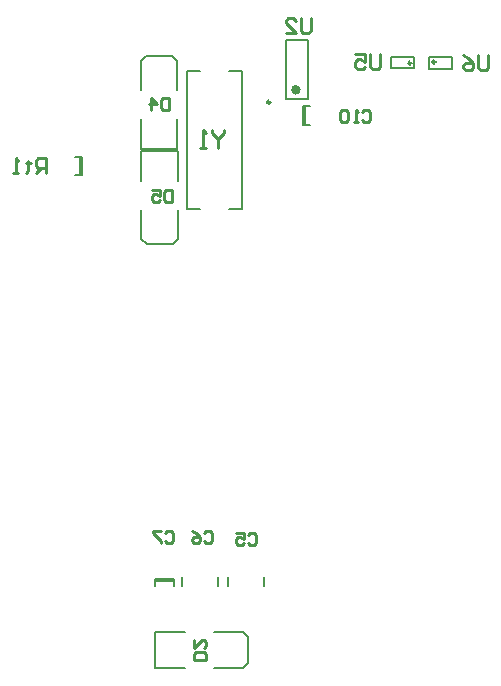
<source format=gbo>
G04 Layer_Color=32896*
%FSAX25Y25*%
%MOIN*%
G70*
G01*
G75*
%ADD67C,0.00984*%
%ADD68C,0.01575*%
%ADD69C,0.01000*%
%ADD70C,0.00787*%
%ADD72C,0.00800*%
D67*
X1587100Y1282400D02*
G03*
X1587100Y1282400I-0000492J0000000D01*
G01*
X1579100Y1282000D02*
G03*
X1579100Y1282000I-0000492J0000000D01*
G01*
X1532043Y1268954D02*
G03*
X1532043Y1268954I-0000492J0000000D01*
G01*
D68*
X1541394Y1273107D02*
G03*
X1541394Y1273107I-0000787J0000000D01*
G01*
D69*
X1457300Y1245300D02*
Y1250298D01*
X1454801D01*
X1453968Y1249465D01*
Y1247799D01*
X1454801Y1246966D01*
X1457300D01*
X1455634D02*
X1453968Y1245300D01*
X1451469Y1249465D02*
Y1248632D01*
X1452302D01*
X1450636D01*
X1451469D01*
Y1246133D01*
X1450636Y1245300D01*
X1448136D02*
X1446470D01*
X1447303D01*
Y1250298D01*
X1448136Y1249465D01*
X1545500Y1296998D02*
Y1292833D01*
X1544667Y1292000D01*
X1543001D01*
X1542168Y1292833D01*
Y1296998D01*
X1537169Y1292000D02*
X1540502D01*
X1537169Y1295332D01*
Y1296165D01*
X1538002Y1296998D01*
X1539669D01*
X1540502Y1296165D01*
X1568700Y1284998D02*
Y1280833D01*
X1567867Y1280000D01*
X1566201D01*
X1565368Y1280833D01*
Y1284998D01*
X1560369D02*
X1563702D01*
Y1282499D01*
X1562035Y1283332D01*
X1561202D01*
X1560369Y1282499D01*
Y1280833D01*
X1561202Y1280000D01*
X1562869D01*
X1563702Y1280833D01*
X1516700Y1259598D02*
Y1258598D01*
X1514701Y1256599D01*
X1512701Y1258598D01*
Y1259598D01*
X1514701Y1256599D02*
Y1253600D01*
X1510702D02*
X1508703D01*
X1509702D01*
Y1259598D01*
X1510702Y1258598D01*
X1604700Y1284598D02*
Y1280433D01*
X1603867Y1279600D01*
X1602201D01*
X1601368Y1280433D01*
Y1284598D01*
X1596369D02*
X1598036Y1283765D01*
X1599702Y1282099D01*
Y1280433D01*
X1598869Y1279600D01*
X1597202D01*
X1596369Y1280433D01*
Y1281266D01*
X1597202Y1282099D01*
X1599702D01*
X1498300Y1270299D02*
Y1266300D01*
X1496301D01*
X1495634Y1266967D01*
Y1269632D01*
X1496301Y1270299D01*
X1498300D01*
X1492302Y1266300D02*
Y1270299D01*
X1494301Y1268299D01*
X1491636D01*
X1499300Y1239599D02*
Y1235600D01*
X1497301D01*
X1496634Y1236267D01*
Y1238932D01*
X1497301Y1239599D01*
X1499300D01*
X1492636D02*
X1495301D01*
Y1237599D01*
X1493968Y1238266D01*
X1493302D01*
X1492636Y1237599D01*
Y1236267D01*
X1493302Y1235600D01*
X1494635D01*
X1495301Y1236267D01*
X1562734Y1265732D02*
X1563401Y1266399D01*
X1564734D01*
X1565400Y1265732D01*
Y1263066D01*
X1564734Y1262400D01*
X1563401D01*
X1562734Y1263066D01*
X1561401Y1262400D02*
X1560068D01*
X1560735D01*
Y1266399D01*
X1561401Y1265732D01*
X1558069D02*
X1557403Y1266399D01*
X1556070D01*
X1555403Y1265732D01*
Y1263066D01*
X1556070Y1262400D01*
X1557403D01*
X1558069Y1263066D01*
Y1265732D01*
X1510699Y1082900D02*
X1506700D01*
Y1084899D01*
X1507366Y1085566D01*
X1510032D01*
X1510699Y1084899D01*
Y1082900D01*
X1506700Y1089565D02*
Y1086899D01*
X1509366Y1089565D01*
X1510032D01*
X1510699Y1088898D01*
Y1087565D01*
X1510032Y1086899D01*
X1524734Y1124832D02*
X1525401Y1125499D01*
X1526733D01*
X1527400Y1124832D01*
Y1122167D01*
X1526733Y1121500D01*
X1525401D01*
X1524734Y1122167D01*
X1520735Y1125499D02*
X1523401D01*
Y1123499D01*
X1522068Y1124166D01*
X1521402D01*
X1520735Y1123499D01*
Y1122167D01*
X1521402Y1121500D01*
X1522735D01*
X1523401Y1122167D01*
X1509934Y1125332D02*
X1510601Y1125999D01*
X1511934D01*
X1512600Y1125332D01*
Y1122666D01*
X1511934Y1122000D01*
X1510601D01*
X1509934Y1122666D01*
X1505935Y1125999D02*
X1507268Y1125332D01*
X1508601Y1123999D01*
Y1122666D01*
X1507935Y1122000D01*
X1506602D01*
X1505935Y1122666D01*
Y1123333D01*
X1506602Y1123999D01*
X1508601D01*
X1497034Y1125532D02*
X1497701Y1126199D01*
X1499034D01*
X1499700Y1125532D01*
Y1122867D01*
X1499034Y1122200D01*
X1497701D01*
X1497034Y1122867D01*
X1495701Y1126199D02*
X1493036D01*
Y1125532D01*
X1495701Y1122867D01*
Y1122200D01*
D70*
X1529900Y1107600D02*
Y1110750D01*
X1517900Y1107650D02*
Y1110800D01*
X1493750Y1107619D02*
Y1109981D01*
X1500050Y1107619D02*
Y1109981D01*
X1493750D02*
X1500050D01*
X1493750Y1109233D02*
X1500050D01*
X1514500Y1107600D02*
Y1110750D01*
X1502500Y1107650D02*
Y1110800D01*
X1493539Y1080210D02*
Y1092415D01*
X1522870D02*
X1524642Y1090643D01*
X1522870Y1080210D02*
X1524642Y1081982D01*
Y1090643D01*
X1493539Y1092415D02*
X1503776D01*
X1493539Y1080210D02*
X1503776D01*
X1513224D02*
X1522870D01*
X1513224Y1092415D02*
X1522870D01*
X1488885Y1253239D02*
X1501090D01*
X1488885Y1282570D02*
X1490657Y1284342D01*
X1499318D02*
X1501090Y1282570D01*
X1490657Y1284342D02*
X1499318D01*
X1488885Y1253239D02*
Y1263476D01*
X1501090Y1253239D02*
Y1263476D01*
Y1272924D02*
Y1282570D01*
X1488885Y1272924D02*
Y1282570D01*
X1489110Y1252861D02*
X1501315D01*
X1499543Y1221758D02*
X1501315Y1223530D01*
X1489110D02*
X1490882Y1221758D01*
X1499543D01*
X1501315Y1242624D02*
Y1252861D01*
X1489110Y1242624D02*
Y1252861D01*
Y1223530D02*
Y1233176D01*
X1501315Y1223530D02*
Y1233176D01*
X1585058Y1284000D02*
X1592800D01*
X1585058Y1280100D02*
X1592800D01*
X1585058D02*
Y1284000D01*
X1592800Y1280100D02*
Y1284000D01*
X1468533Y1244550D02*
Y1250850D01*
X1469281Y1244550D02*
Y1250850D01*
X1466919Y1244550D02*
X1469281D01*
X1466919Y1250850D02*
X1469281D01*
X1504200Y1233300D02*
Y1279300D01*
X1522600Y1233300D02*
Y1279300D01*
X1572400Y1280400D02*
Y1284200D01*
X1580142Y1280400D02*
Y1284200D01*
X1572400D02*
X1580142D01*
X1572400Y1280400D02*
X1580142D01*
X1537457Y1289643D02*
X1544543D01*
X1537457Y1269958D02*
X1544543D01*
Y1289643D01*
X1537457Y1269958D02*
Y1289643D01*
X1542919Y1261350D02*
X1545281D01*
X1542919Y1267650D02*
X1545281D01*
X1542919Y1261350D02*
Y1267650D01*
X1543667Y1261350D02*
Y1267650D01*
D72*
X1504200Y1279300D02*
X1508500D01*
X1518300D02*
X1522600D01*
X1518300Y1233300D02*
X1522600D01*
X1504200D02*
X1508500D01*
M02*

</source>
